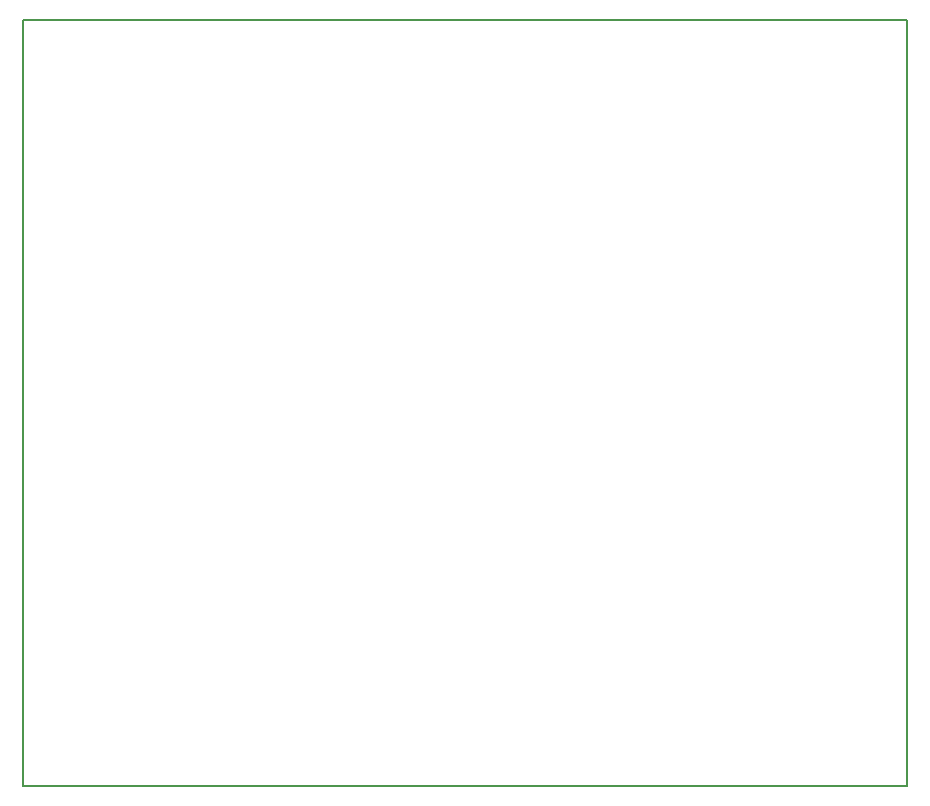
<source format=gbo>
G04 MADE WITH FRITZING*
G04 WWW.FRITZING.ORG*
G04 DOUBLE SIDED*
G04 HOLES PLATED*
G04 CONTOUR ON CENTER OF CONTOUR VECTOR*
%ASAXBY*%
%FSLAX23Y23*%
%MOIN*%
%OFA0B0*%
%SFA1.0B1.0*%
%ADD10R,2.952760X2.559060X2.936760X2.543060*%
%ADD11C,0.008000*%
%LNSILK0*%
G90*
G70*
G54D11*
X4Y2555D02*
X2949Y2555D01*
X2949Y4D01*
X4Y4D01*
X4Y2555D01*
D02*
G04 End of Silk0*
M02*
</source>
